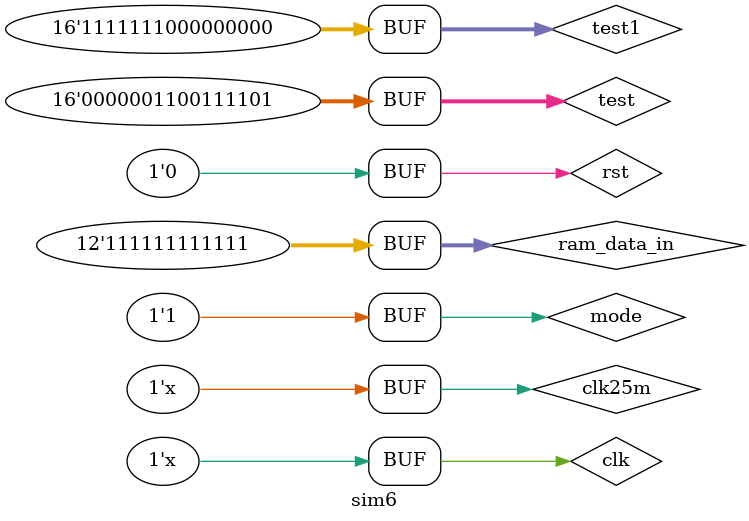
<source format=v>
`timescale 1ns / 1ps


module sim6(

    );
    reg clk;initial clk=0;
    reg rst;initial begin rst =1;#20 rst = 0;  end
    always #5 clk=~clk;
    
    reg clk25m;initial clk25m = 0;
    always #20 clk25m = ~clk25m;
    reg mode;initial begin mode = 0;#200 mode = 1;end
    
    reg [11:0]ram_data_in;initial begin ram_data_in <= 12'hFFF ; end
    wire [18:0]ram_addr_out;
    
    
    
    wire signed[15:0] test;
    assign test = 0.81 *(2**10);
    wire signed[15:0] test1;
    assign test1 = -0.5 *(2**10);
    wire [7:0]led;
    CNN_MODIFY#(12,19)cnn(clk,rst,clk25m,mode,ram_data_in,ram_addr_out,led);
endmodule

</source>
